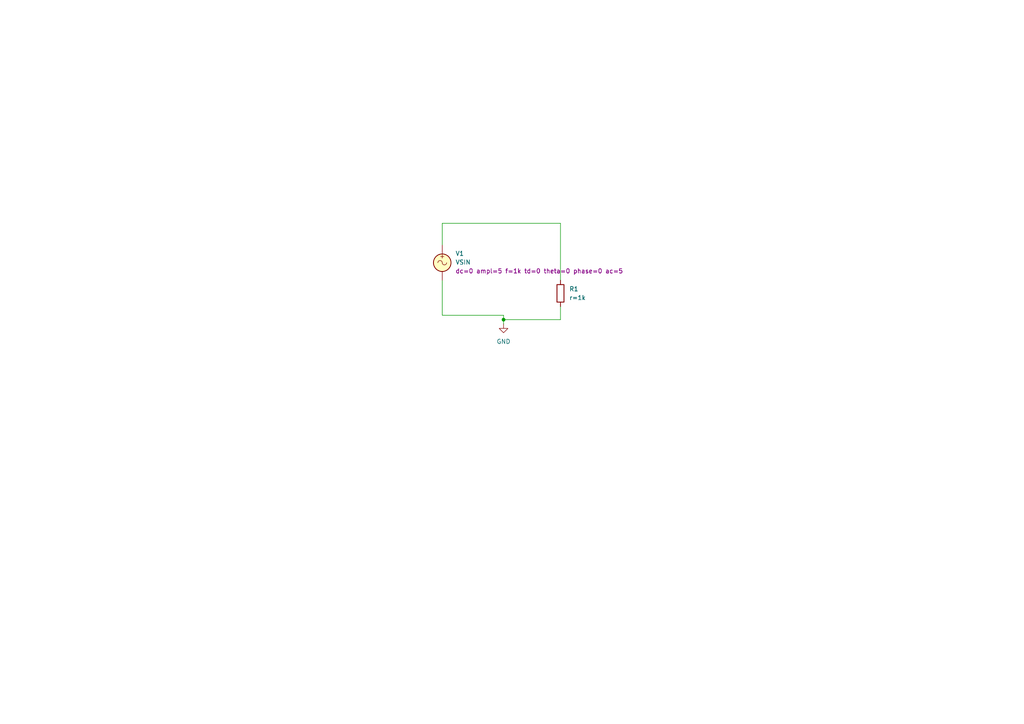
<source format=kicad_sch>
(kicad_sch (version 20230121) (generator eeschema)
  (paper "A4")
  (lib_symbols
    (symbol "Device:R" (pin_numbers hide) (pin_names (offset 0))
      (property "Reference" "R" (at 2.032 0 90))
      (property "Value" "R" (at 0 0 90))
      (symbol "R_0_1"
        (rectangle (start -1.016 -2.54) (end 1.016 2.54) (stroke (width 0.254)))
      )
      (symbol "R_1_1"
        (pin passive line (at 0 3.81 270) (length 1.27) (name "~") (number "1"))
        (pin passive line (at 0 -3.81 90) (length 1.27) (name "~") (number "2"))
      )
    )
    (symbol "Simulation_SPICE:VSIN" (pin_numbers hide) (pin_names (offset 0.0254))
      (property "Reference" "V" (at 2.54 2.54 0))
      (property "Value" "VSIN" (at 2.54 0 0))
      (property "Sim.Params" "dc=0 ampl=1 f=1k ac=1" (at 2.54 -2.54 0))
      (symbol "VSIN_0_0"
        (arc (start 0 0) (mid -0.635 0.6323) (end -1.27 0))
        (arc (start 0 0) (mid 0.635 -0.6323) (end 1.27 0))
        (text "+" (at 0 1.905 0) (effects (font (size 1.27 1.27))))
      )
      (symbol "VSIN_0_1"
        (circle (center 0 0) (radius 2.54) (stroke (width 0.254)) (fill (type background)))
      )
      (symbol "VSIN_1_1"
        (pin passive line (at 0 5.08 270) (length 2.54) (name "~") (number "1"))
        (pin passive line (at 0 -5.08 90) (length 2.54) (name "~") (number "2"))
      )
    )
    (symbol "power:GND" (power) (pin_names (offset 0))
      (property "Value" "GND" (at 0 -3.81 0))
      (symbol "GND_0_1"
        (polyline (pts (xy 0 0) (xy 0 -1.27) (xy 1.27 -1.27) (xy 0 -2.54) (xy -1.27 -1.27) (xy 0 -1.27)))
      )
      (symbol "GND_1_1"
        (pin power_in line (at 0 0 270) (length 0) hide (name "GND") (number "1"))
      )
    )
  )
  (junction (at 146.05 92.71))
  (wire (pts (xy 162.56 64.77) (xy 162.56 81.28)))
  (wire (pts (xy 128.27 81.28) (xy 128.27 91.44)))
  (wire (pts (xy 162.56 88.9) (xy 162.56 92.71)))
  (wire (pts (xy 146.05 91.44) (xy 146.05 92.71)))
  (wire (pts (xy 162.56 92.71) (xy 146.05 92.71)))
  (wire (pts (xy 128.27 71.12) (xy 128.27 64.77)))
  (wire (pts (xy 128.27 91.44) (xy 146.05 91.44)))
  (wire (pts (xy 128.27 64.77) (xy 162.56 64.77)))
  (wire (pts (xy 146.05 92.71) (xy 146.05 93.98)))
  (symbol (lib_id "power:GND") (at 146.05 93.98 0) (unit 1)
    (property "Reference" "#PWR02" (effects hide))
    (property "Value" "GND" (at 146.05 99.06 0))
  )
  (symbol (lib_id "Simulation_SPICE:VSIN") (at 128.27 76.2 0) (unit 1)
    (property "Reference" "V1" (at 132.08 73.5302 0) (effects (justify left)))
    (property "Value" "VSIN" (at 132.08 76.0702 0) (effects (justify left)))
    (property "Sim.Pins" "1=+ 2=-" (effects hide))
    (property "Sim.Params" "dc=0 ampl=5 f=1k td=0 theta=0 phase=0 ac=5" (at 132.08 78.6102 0) (effects (justify left)))
    (property "Sim.Type" "SIN" (effects hide))
    (property "Sim.Device" "V" (effects hide))
  )
  (symbol (lib_id "Device:R") (at 162.56 85.09 0) (unit 1)
    (property "Reference" "R1" (at 165.1 83.82 0) (effects (justify left)))
    (property "Value" "${SIM.PARAMS}" (at 165.1 86.36 0) (effects (justify left)))
    (property "Sim.Device" "R" (effects hide))
    (property "Sim.Type" "=" (effects hide))
    (property "Sim.Params" "r=1k" (effects hide))
    (property "Sim.Pins" "1=+ 2=-" (effects hide))
  )
)
</source>
